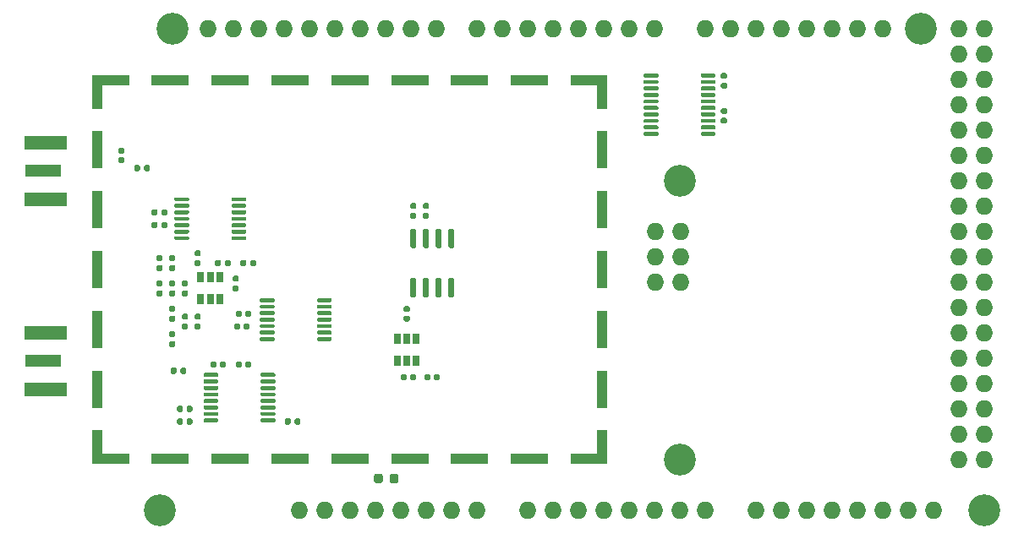
<source format=gbr>
%TF.GenerationSoftware,KiCad,Pcbnew,5.1.6*%
%TF.CreationDate,2020-09-04T11:32:19-04:00*%
%TF.ProjectId,rf-analyzer,72662d61-6e61-46c7-997a-65722e6b6963,rev?*%
%TF.SameCoordinates,Original*%
%TF.FileFunction,Soldermask,Top*%
%TF.FilePolarity,Negative*%
%FSLAX46Y46*%
G04 Gerber Fmt 4.6, Leading zero omitted, Abs format (unit mm)*
G04 Created by KiCad (PCBNEW 5.1.6) date 2020-09-04 11:32:19*
%MOMM*%
%LPD*%
G01*
G04 APERTURE LIST*
%ADD10O,1.727200X1.727200*%
%ADD11C,3.200000*%
%ADD12R,0.650000X1.060000*%
%ADD13R,3.600000X1.270000*%
%ADD14R,4.200000X1.350000*%
%ADD15R,1.000000X2.350000*%
%ADD16R,1.000000X3.800000*%
%ADD17R,2.700000X1.000000*%
%ADD18R,3.800000X1.000000*%
%ADD19R,1.000000X1.000000*%
G04 APERTURE END LIST*
%TO.C,U7*%
G36*
G01*
X124425000Y-116090000D02*
X124425000Y-115890000D01*
G75*
G02*
X124525000Y-115790000I100000J0D01*
G01*
X125800000Y-115790000D01*
G75*
G02*
X125900000Y-115890000I0J-100000D01*
G01*
X125900000Y-116090000D01*
G75*
G02*
X125800000Y-116190000I-100000J0D01*
G01*
X124525000Y-116190000D01*
G75*
G02*
X124425000Y-116090000I0J100000D01*
G01*
G37*
G36*
G01*
X124425000Y-116740000D02*
X124425000Y-116540000D01*
G75*
G02*
X124525000Y-116440000I100000J0D01*
G01*
X125800000Y-116440000D01*
G75*
G02*
X125900000Y-116540000I0J-100000D01*
G01*
X125900000Y-116740000D01*
G75*
G02*
X125800000Y-116840000I-100000J0D01*
G01*
X124525000Y-116840000D01*
G75*
G02*
X124425000Y-116740000I0J100000D01*
G01*
G37*
G36*
G01*
X124425000Y-117390000D02*
X124425000Y-117190000D01*
G75*
G02*
X124525000Y-117090000I100000J0D01*
G01*
X125800000Y-117090000D01*
G75*
G02*
X125900000Y-117190000I0J-100000D01*
G01*
X125900000Y-117390000D01*
G75*
G02*
X125800000Y-117490000I-100000J0D01*
G01*
X124525000Y-117490000D01*
G75*
G02*
X124425000Y-117390000I0J100000D01*
G01*
G37*
G36*
G01*
X124425000Y-118040000D02*
X124425000Y-117840000D01*
G75*
G02*
X124525000Y-117740000I100000J0D01*
G01*
X125800000Y-117740000D01*
G75*
G02*
X125900000Y-117840000I0J-100000D01*
G01*
X125900000Y-118040000D01*
G75*
G02*
X125800000Y-118140000I-100000J0D01*
G01*
X124525000Y-118140000D01*
G75*
G02*
X124425000Y-118040000I0J100000D01*
G01*
G37*
G36*
G01*
X124425000Y-118690000D02*
X124425000Y-118490000D01*
G75*
G02*
X124525000Y-118390000I100000J0D01*
G01*
X125800000Y-118390000D01*
G75*
G02*
X125900000Y-118490000I0J-100000D01*
G01*
X125900000Y-118690000D01*
G75*
G02*
X125800000Y-118790000I-100000J0D01*
G01*
X124525000Y-118790000D01*
G75*
G02*
X124425000Y-118690000I0J100000D01*
G01*
G37*
G36*
G01*
X124425000Y-119340000D02*
X124425000Y-119140000D01*
G75*
G02*
X124525000Y-119040000I100000J0D01*
G01*
X125800000Y-119040000D01*
G75*
G02*
X125900000Y-119140000I0J-100000D01*
G01*
X125900000Y-119340000D01*
G75*
G02*
X125800000Y-119440000I-100000J0D01*
G01*
X124525000Y-119440000D01*
G75*
G02*
X124425000Y-119340000I0J100000D01*
G01*
G37*
G36*
G01*
X124425000Y-119990000D02*
X124425000Y-119790000D01*
G75*
G02*
X124525000Y-119690000I100000J0D01*
G01*
X125800000Y-119690000D01*
G75*
G02*
X125900000Y-119790000I0J-100000D01*
G01*
X125900000Y-119990000D01*
G75*
G02*
X125800000Y-120090000I-100000J0D01*
G01*
X124525000Y-120090000D01*
G75*
G02*
X124425000Y-119990000I0J100000D01*
G01*
G37*
G36*
G01*
X124425000Y-120640000D02*
X124425000Y-120440000D01*
G75*
G02*
X124525000Y-120340000I100000J0D01*
G01*
X125800000Y-120340000D01*
G75*
G02*
X125900000Y-120440000I0J-100000D01*
G01*
X125900000Y-120640000D01*
G75*
G02*
X125800000Y-120740000I-100000J0D01*
G01*
X124525000Y-120740000D01*
G75*
G02*
X124425000Y-120640000I0J100000D01*
G01*
G37*
G36*
G01*
X118700000Y-120640000D02*
X118700000Y-120440000D01*
G75*
G02*
X118800000Y-120340000I100000J0D01*
G01*
X120075000Y-120340000D01*
G75*
G02*
X120175000Y-120440000I0J-100000D01*
G01*
X120175000Y-120640000D01*
G75*
G02*
X120075000Y-120740000I-100000J0D01*
G01*
X118800000Y-120740000D01*
G75*
G02*
X118700000Y-120640000I0J100000D01*
G01*
G37*
G36*
G01*
X118700000Y-119990000D02*
X118700000Y-119790000D01*
G75*
G02*
X118800000Y-119690000I100000J0D01*
G01*
X120075000Y-119690000D01*
G75*
G02*
X120175000Y-119790000I0J-100000D01*
G01*
X120175000Y-119990000D01*
G75*
G02*
X120075000Y-120090000I-100000J0D01*
G01*
X118800000Y-120090000D01*
G75*
G02*
X118700000Y-119990000I0J100000D01*
G01*
G37*
G36*
G01*
X118700000Y-119340000D02*
X118700000Y-119140000D01*
G75*
G02*
X118800000Y-119040000I100000J0D01*
G01*
X120075000Y-119040000D01*
G75*
G02*
X120175000Y-119140000I0J-100000D01*
G01*
X120175000Y-119340000D01*
G75*
G02*
X120075000Y-119440000I-100000J0D01*
G01*
X118800000Y-119440000D01*
G75*
G02*
X118700000Y-119340000I0J100000D01*
G01*
G37*
G36*
G01*
X118700000Y-118690000D02*
X118700000Y-118490000D01*
G75*
G02*
X118800000Y-118390000I100000J0D01*
G01*
X120075000Y-118390000D01*
G75*
G02*
X120175000Y-118490000I0J-100000D01*
G01*
X120175000Y-118690000D01*
G75*
G02*
X120075000Y-118790000I-100000J0D01*
G01*
X118800000Y-118790000D01*
G75*
G02*
X118700000Y-118690000I0J100000D01*
G01*
G37*
G36*
G01*
X118700000Y-118040000D02*
X118700000Y-117840000D01*
G75*
G02*
X118800000Y-117740000I100000J0D01*
G01*
X120075000Y-117740000D01*
G75*
G02*
X120175000Y-117840000I0J-100000D01*
G01*
X120175000Y-118040000D01*
G75*
G02*
X120075000Y-118140000I-100000J0D01*
G01*
X118800000Y-118140000D01*
G75*
G02*
X118700000Y-118040000I0J100000D01*
G01*
G37*
G36*
G01*
X118700000Y-117390000D02*
X118700000Y-117190000D01*
G75*
G02*
X118800000Y-117090000I100000J0D01*
G01*
X120075000Y-117090000D01*
G75*
G02*
X120175000Y-117190000I0J-100000D01*
G01*
X120175000Y-117390000D01*
G75*
G02*
X120075000Y-117490000I-100000J0D01*
G01*
X118800000Y-117490000D01*
G75*
G02*
X118700000Y-117390000I0J100000D01*
G01*
G37*
G36*
G01*
X118700000Y-116740000D02*
X118700000Y-116540000D01*
G75*
G02*
X118800000Y-116440000I100000J0D01*
G01*
X120075000Y-116440000D01*
G75*
G02*
X120175000Y-116540000I0J-100000D01*
G01*
X120175000Y-116740000D01*
G75*
G02*
X120075000Y-116840000I-100000J0D01*
G01*
X118800000Y-116840000D01*
G75*
G02*
X118700000Y-116740000I0J100000D01*
G01*
G37*
G36*
G01*
X118700000Y-116090000D02*
X118700000Y-115890000D01*
G75*
G02*
X118800000Y-115790000I100000J0D01*
G01*
X120075000Y-115790000D01*
G75*
G02*
X120175000Y-115890000I0J-100000D01*
G01*
X120175000Y-116090000D01*
G75*
G02*
X120075000Y-116190000I-100000J0D01*
G01*
X118800000Y-116190000D01*
G75*
G02*
X118700000Y-116090000I0J100000D01*
G01*
G37*
%TD*%
%TO.C,C32*%
G36*
G01*
X127445000Y-120477500D02*
X127445000Y-120822500D01*
G75*
G02*
X127297500Y-120970000I-147500J0D01*
G01*
X127002500Y-120970000D01*
G75*
G02*
X126855000Y-120822500I0J147500D01*
G01*
X126855000Y-120477500D01*
G75*
G02*
X127002500Y-120330000I147500J0D01*
G01*
X127297500Y-120330000D01*
G75*
G02*
X127445000Y-120477500I0J-147500D01*
G01*
G37*
G36*
G01*
X128415000Y-120477500D02*
X128415000Y-120822500D01*
G75*
G02*
X128267500Y-120970000I-147500J0D01*
G01*
X127972500Y-120970000D01*
G75*
G02*
X127825000Y-120822500I0J147500D01*
G01*
X127825000Y-120477500D01*
G75*
G02*
X127972500Y-120330000I147500J0D01*
G01*
X128267500Y-120330000D01*
G75*
G02*
X128415000Y-120477500I0J-147500D01*
G01*
G37*
%TD*%
%TO.C,C29*%
G36*
G01*
X117030000Y-120822500D02*
X117030000Y-120477500D01*
G75*
G02*
X117177500Y-120330000I147500J0D01*
G01*
X117472500Y-120330000D01*
G75*
G02*
X117620000Y-120477500I0J-147500D01*
G01*
X117620000Y-120822500D01*
G75*
G02*
X117472500Y-120970000I-147500J0D01*
G01*
X117177500Y-120970000D01*
G75*
G02*
X117030000Y-120822500I0J147500D01*
G01*
G37*
G36*
G01*
X116060000Y-120822500D02*
X116060000Y-120477500D01*
G75*
G02*
X116207500Y-120330000I147500J0D01*
G01*
X116502500Y-120330000D01*
G75*
G02*
X116650000Y-120477500I0J-147500D01*
G01*
X116650000Y-120822500D01*
G75*
G02*
X116502500Y-120970000I-147500J0D01*
G01*
X116207500Y-120970000D01*
G75*
G02*
X116060000Y-120822500I0J147500D01*
G01*
G37*
%TD*%
%TO.C,C28*%
G36*
G01*
X122895000Y-115107500D02*
X122895000Y-114762500D01*
G75*
G02*
X123042500Y-114615000I147500J0D01*
G01*
X123337500Y-114615000D01*
G75*
G02*
X123485000Y-114762500I0J-147500D01*
G01*
X123485000Y-115107500D01*
G75*
G02*
X123337500Y-115255000I-147500J0D01*
G01*
X123042500Y-115255000D01*
G75*
G02*
X122895000Y-115107500I0J147500D01*
G01*
G37*
G36*
G01*
X121925000Y-115107500D02*
X121925000Y-114762500D01*
G75*
G02*
X122072500Y-114615000I147500J0D01*
G01*
X122367500Y-114615000D01*
G75*
G02*
X122515000Y-114762500I0J-147500D01*
G01*
X122515000Y-115107500D01*
G75*
G02*
X122367500Y-115255000I-147500J0D01*
G01*
X122072500Y-115255000D01*
G75*
G02*
X121925000Y-115107500I0J147500D01*
G01*
G37*
%TD*%
%TO.C,C25*%
G36*
G01*
X119975000Y-114762500D02*
X119975000Y-115107500D01*
G75*
G02*
X119827500Y-115255000I-147500J0D01*
G01*
X119532500Y-115255000D01*
G75*
G02*
X119385000Y-115107500I0J147500D01*
G01*
X119385000Y-114762500D01*
G75*
G02*
X119532500Y-114615000I147500J0D01*
G01*
X119827500Y-114615000D01*
G75*
G02*
X119975000Y-114762500I0J-147500D01*
G01*
G37*
G36*
G01*
X120945000Y-114762500D02*
X120945000Y-115107500D01*
G75*
G02*
X120797500Y-115255000I-147500J0D01*
G01*
X120502500Y-115255000D01*
G75*
G02*
X120355000Y-115107500I0J147500D01*
G01*
X120355000Y-114762500D01*
G75*
G02*
X120502500Y-114615000I147500J0D01*
G01*
X120797500Y-114615000D01*
G75*
G02*
X120945000Y-114762500I0J-147500D01*
G01*
G37*
%TD*%
%TO.C,C23*%
G36*
G01*
X116650000Y-119207500D02*
X116650000Y-119552500D01*
G75*
G02*
X116502500Y-119700000I-147500J0D01*
G01*
X116207500Y-119700000D01*
G75*
G02*
X116060000Y-119552500I0J147500D01*
G01*
X116060000Y-119207500D01*
G75*
G02*
X116207500Y-119060000I147500J0D01*
G01*
X116502500Y-119060000D01*
G75*
G02*
X116650000Y-119207500I0J-147500D01*
G01*
G37*
G36*
G01*
X117620000Y-119207500D02*
X117620000Y-119552500D01*
G75*
G02*
X117472500Y-119700000I-147500J0D01*
G01*
X117177500Y-119700000D01*
G75*
G02*
X117030000Y-119552500I0J147500D01*
G01*
X117030000Y-119207500D01*
G75*
G02*
X117177500Y-119060000I147500J0D01*
G01*
X117472500Y-119060000D01*
G75*
G02*
X117620000Y-119207500I0J-147500D01*
G01*
G37*
%TD*%
D10*
%TO.C,XA1*%
X163957000Y-101600000D03*
X196850000Y-124460000D03*
X194310000Y-124460000D03*
X196850000Y-121920000D03*
X194310000Y-121920000D03*
X196850000Y-119380000D03*
X194310000Y-119380000D03*
X196850000Y-116840000D03*
X194310000Y-116840000D03*
X196850000Y-114300000D03*
X194310000Y-114300000D03*
X196850000Y-111760000D03*
X194310000Y-111760000D03*
X196850000Y-109220000D03*
X194310000Y-109220000D03*
X196850000Y-106680000D03*
X194310000Y-106680000D03*
X196850000Y-104140000D03*
X194310000Y-104140000D03*
X196850000Y-101600000D03*
X194310000Y-101600000D03*
X196850000Y-99060000D03*
X194310000Y-99060000D03*
X196850000Y-96520000D03*
X194310000Y-96520000D03*
X196850000Y-93980000D03*
X194310000Y-93980000D03*
X196850000Y-91440000D03*
X194310000Y-91440000D03*
X196850000Y-88900000D03*
X194310000Y-88900000D03*
X196850000Y-86360000D03*
X194310000Y-86360000D03*
X196850000Y-83820000D03*
X194310000Y-83820000D03*
X196850000Y-81280000D03*
X194310000Y-81280000D03*
X191770000Y-129540000D03*
X189230000Y-129540000D03*
X186690000Y-129540000D03*
X184150000Y-129540000D03*
X181610000Y-129540000D03*
X179070000Y-129540000D03*
X176530000Y-129540000D03*
X173990000Y-129540000D03*
X168910000Y-129540000D03*
X166370000Y-129540000D03*
X163830000Y-129540000D03*
X161290000Y-129540000D03*
X158750000Y-129540000D03*
X156210000Y-129540000D03*
X153670000Y-129540000D03*
X128270000Y-129540000D03*
X134366000Y-81280000D03*
X131826000Y-81280000D03*
X129286000Y-81280000D03*
X124206000Y-81280000D03*
X121666000Y-81280000D03*
X119126000Y-81280000D03*
D11*
X114300000Y-129540000D03*
X196850000Y-129540000D03*
X115570000Y-81280000D03*
X190500000Y-81280000D03*
X166370000Y-96520000D03*
X166370000Y-124460000D03*
D10*
X136906000Y-81280000D03*
X139446000Y-81280000D03*
X141986000Y-81280000D03*
X126746000Y-81280000D03*
X146050000Y-81280000D03*
X148590000Y-81280000D03*
X151130000Y-81280000D03*
X153670000Y-81280000D03*
X156210000Y-81280000D03*
X158750000Y-81280000D03*
X161290000Y-81280000D03*
X163830000Y-81280000D03*
X168910000Y-81280000D03*
X171450000Y-81280000D03*
X173990000Y-81280000D03*
X176530000Y-81280000D03*
X179070000Y-81280000D03*
X181610000Y-81280000D03*
X184150000Y-81280000D03*
X186690000Y-81280000D03*
X130810000Y-129540000D03*
X133350000Y-129540000D03*
X135890000Y-129540000D03*
X138430000Y-129540000D03*
X140970000Y-129540000D03*
X143510000Y-129540000D03*
X146050000Y-129540000D03*
X151130000Y-129540000D03*
X166497000Y-101600000D03*
X163957000Y-104140000D03*
X166497000Y-104140000D03*
X166497000Y-106680000D03*
X163957000Y-106680000D03*
%TD*%
%TO.C,U6*%
G36*
G01*
X164245000Y-91725000D02*
X164245000Y-91925000D01*
G75*
G02*
X164145000Y-92025000I-100000J0D01*
G01*
X162870000Y-92025000D01*
G75*
G02*
X162770000Y-91925000I0J100000D01*
G01*
X162770000Y-91725000D01*
G75*
G02*
X162870000Y-91625000I100000J0D01*
G01*
X164145000Y-91625000D01*
G75*
G02*
X164245000Y-91725000I0J-100000D01*
G01*
G37*
G36*
G01*
X164245000Y-91075000D02*
X164245000Y-91275000D01*
G75*
G02*
X164145000Y-91375000I-100000J0D01*
G01*
X162870000Y-91375000D01*
G75*
G02*
X162770000Y-91275000I0J100000D01*
G01*
X162770000Y-91075000D01*
G75*
G02*
X162870000Y-90975000I100000J0D01*
G01*
X164145000Y-90975000D01*
G75*
G02*
X164245000Y-91075000I0J-100000D01*
G01*
G37*
G36*
G01*
X164245000Y-90425000D02*
X164245000Y-90625000D01*
G75*
G02*
X164145000Y-90725000I-100000J0D01*
G01*
X162870000Y-90725000D01*
G75*
G02*
X162770000Y-90625000I0J100000D01*
G01*
X162770000Y-90425000D01*
G75*
G02*
X162870000Y-90325000I100000J0D01*
G01*
X164145000Y-90325000D01*
G75*
G02*
X164245000Y-90425000I0J-100000D01*
G01*
G37*
G36*
G01*
X164245000Y-89775000D02*
X164245000Y-89975000D01*
G75*
G02*
X164145000Y-90075000I-100000J0D01*
G01*
X162870000Y-90075000D01*
G75*
G02*
X162770000Y-89975000I0J100000D01*
G01*
X162770000Y-89775000D01*
G75*
G02*
X162870000Y-89675000I100000J0D01*
G01*
X164145000Y-89675000D01*
G75*
G02*
X164245000Y-89775000I0J-100000D01*
G01*
G37*
G36*
G01*
X164245000Y-89125000D02*
X164245000Y-89325000D01*
G75*
G02*
X164145000Y-89425000I-100000J0D01*
G01*
X162870000Y-89425000D01*
G75*
G02*
X162770000Y-89325000I0J100000D01*
G01*
X162770000Y-89125000D01*
G75*
G02*
X162870000Y-89025000I100000J0D01*
G01*
X164145000Y-89025000D01*
G75*
G02*
X164245000Y-89125000I0J-100000D01*
G01*
G37*
G36*
G01*
X164245000Y-88475000D02*
X164245000Y-88675000D01*
G75*
G02*
X164145000Y-88775000I-100000J0D01*
G01*
X162870000Y-88775000D01*
G75*
G02*
X162770000Y-88675000I0J100000D01*
G01*
X162770000Y-88475000D01*
G75*
G02*
X162870000Y-88375000I100000J0D01*
G01*
X164145000Y-88375000D01*
G75*
G02*
X164245000Y-88475000I0J-100000D01*
G01*
G37*
G36*
G01*
X164245000Y-87825000D02*
X164245000Y-88025000D01*
G75*
G02*
X164145000Y-88125000I-100000J0D01*
G01*
X162870000Y-88125000D01*
G75*
G02*
X162770000Y-88025000I0J100000D01*
G01*
X162770000Y-87825000D01*
G75*
G02*
X162870000Y-87725000I100000J0D01*
G01*
X164145000Y-87725000D01*
G75*
G02*
X164245000Y-87825000I0J-100000D01*
G01*
G37*
G36*
G01*
X164245000Y-87175000D02*
X164245000Y-87375000D01*
G75*
G02*
X164145000Y-87475000I-100000J0D01*
G01*
X162870000Y-87475000D01*
G75*
G02*
X162770000Y-87375000I0J100000D01*
G01*
X162770000Y-87175000D01*
G75*
G02*
X162870000Y-87075000I100000J0D01*
G01*
X164145000Y-87075000D01*
G75*
G02*
X164245000Y-87175000I0J-100000D01*
G01*
G37*
G36*
G01*
X164245000Y-86525000D02*
X164245000Y-86725000D01*
G75*
G02*
X164145000Y-86825000I-100000J0D01*
G01*
X162870000Y-86825000D01*
G75*
G02*
X162770000Y-86725000I0J100000D01*
G01*
X162770000Y-86525000D01*
G75*
G02*
X162870000Y-86425000I100000J0D01*
G01*
X164145000Y-86425000D01*
G75*
G02*
X164245000Y-86525000I0J-100000D01*
G01*
G37*
G36*
G01*
X164245000Y-85875000D02*
X164245000Y-86075000D01*
G75*
G02*
X164145000Y-86175000I-100000J0D01*
G01*
X162870000Y-86175000D01*
G75*
G02*
X162770000Y-86075000I0J100000D01*
G01*
X162770000Y-85875000D01*
G75*
G02*
X162870000Y-85775000I100000J0D01*
G01*
X164145000Y-85775000D01*
G75*
G02*
X164245000Y-85875000I0J-100000D01*
G01*
G37*
G36*
G01*
X169970000Y-85875000D02*
X169970000Y-86075000D01*
G75*
G02*
X169870000Y-86175000I-100000J0D01*
G01*
X168595000Y-86175000D01*
G75*
G02*
X168495000Y-86075000I0J100000D01*
G01*
X168495000Y-85875000D01*
G75*
G02*
X168595000Y-85775000I100000J0D01*
G01*
X169870000Y-85775000D01*
G75*
G02*
X169970000Y-85875000I0J-100000D01*
G01*
G37*
G36*
G01*
X169970000Y-86525000D02*
X169970000Y-86725000D01*
G75*
G02*
X169870000Y-86825000I-100000J0D01*
G01*
X168595000Y-86825000D01*
G75*
G02*
X168495000Y-86725000I0J100000D01*
G01*
X168495000Y-86525000D01*
G75*
G02*
X168595000Y-86425000I100000J0D01*
G01*
X169870000Y-86425000D01*
G75*
G02*
X169970000Y-86525000I0J-100000D01*
G01*
G37*
G36*
G01*
X169970000Y-87175000D02*
X169970000Y-87375000D01*
G75*
G02*
X169870000Y-87475000I-100000J0D01*
G01*
X168595000Y-87475000D01*
G75*
G02*
X168495000Y-87375000I0J100000D01*
G01*
X168495000Y-87175000D01*
G75*
G02*
X168595000Y-87075000I100000J0D01*
G01*
X169870000Y-87075000D01*
G75*
G02*
X169970000Y-87175000I0J-100000D01*
G01*
G37*
G36*
G01*
X169970000Y-87825000D02*
X169970000Y-88025000D01*
G75*
G02*
X169870000Y-88125000I-100000J0D01*
G01*
X168595000Y-88125000D01*
G75*
G02*
X168495000Y-88025000I0J100000D01*
G01*
X168495000Y-87825000D01*
G75*
G02*
X168595000Y-87725000I100000J0D01*
G01*
X169870000Y-87725000D01*
G75*
G02*
X169970000Y-87825000I0J-100000D01*
G01*
G37*
G36*
G01*
X169970000Y-88475000D02*
X169970000Y-88675000D01*
G75*
G02*
X169870000Y-88775000I-100000J0D01*
G01*
X168595000Y-88775000D01*
G75*
G02*
X168495000Y-88675000I0J100000D01*
G01*
X168495000Y-88475000D01*
G75*
G02*
X168595000Y-88375000I100000J0D01*
G01*
X169870000Y-88375000D01*
G75*
G02*
X169970000Y-88475000I0J-100000D01*
G01*
G37*
G36*
G01*
X169970000Y-89125000D02*
X169970000Y-89325000D01*
G75*
G02*
X169870000Y-89425000I-100000J0D01*
G01*
X168595000Y-89425000D01*
G75*
G02*
X168495000Y-89325000I0J100000D01*
G01*
X168495000Y-89125000D01*
G75*
G02*
X168595000Y-89025000I100000J0D01*
G01*
X169870000Y-89025000D01*
G75*
G02*
X169970000Y-89125000I0J-100000D01*
G01*
G37*
G36*
G01*
X169970000Y-89775000D02*
X169970000Y-89975000D01*
G75*
G02*
X169870000Y-90075000I-100000J0D01*
G01*
X168595000Y-90075000D01*
G75*
G02*
X168495000Y-89975000I0J100000D01*
G01*
X168495000Y-89775000D01*
G75*
G02*
X168595000Y-89675000I100000J0D01*
G01*
X169870000Y-89675000D01*
G75*
G02*
X169970000Y-89775000I0J-100000D01*
G01*
G37*
G36*
G01*
X169970000Y-90425000D02*
X169970000Y-90625000D01*
G75*
G02*
X169870000Y-90725000I-100000J0D01*
G01*
X168595000Y-90725000D01*
G75*
G02*
X168495000Y-90625000I0J100000D01*
G01*
X168495000Y-90425000D01*
G75*
G02*
X168595000Y-90325000I100000J0D01*
G01*
X169870000Y-90325000D01*
G75*
G02*
X169970000Y-90425000I0J-100000D01*
G01*
G37*
G36*
G01*
X169970000Y-91075000D02*
X169970000Y-91275000D01*
G75*
G02*
X169870000Y-91375000I-100000J0D01*
G01*
X168595000Y-91375000D01*
G75*
G02*
X168495000Y-91275000I0J100000D01*
G01*
X168495000Y-91075000D01*
G75*
G02*
X168595000Y-90975000I100000J0D01*
G01*
X169870000Y-90975000D01*
G75*
G02*
X169970000Y-91075000I0J-100000D01*
G01*
G37*
G36*
G01*
X169970000Y-91725000D02*
X169970000Y-91925000D01*
G75*
G02*
X169870000Y-92025000I-100000J0D01*
G01*
X168595000Y-92025000D01*
G75*
G02*
X168495000Y-91925000I0J100000D01*
G01*
X168495000Y-91725000D01*
G75*
G02*
X168595000Y-91625000I100000J0D01*
G01*
X169870000Y-91625000D01*
G75*
G02*
X169970000Y-91725000I0J-100000D01*
G01*
G37*
%TD*%
D12*
%TO.C,U5*%
X120330000Y-106215000D03*
X119380000Y-106215000D03*
X118430000Y-106215000D03*
X118430000Y-108415000D03*
X120330000Y-108415000D03*
X119380000Y-108415000D03*
%TD*%
%TO.C,U4*%
G36*
G01*
X143360000Y-106275000D02*
X143660000Y-106275000D01*
G75*
G02*
X143810000Y-106425000I0J-150000D01*
G01*
X143810000Y-108075000D01*
G75*
G02*
X143660000Y-108225000I-150000J0D01*
G01*
X143360000Y-108225000D01*
G75*
G02*
X143210000Y-108075000I0J150000D01*
G01*
X143210000Y-106425000D01*
G75*
G02*
X143360000Y-106275000I150000J0D01*
G01*
G37*
G36*
G01*
X142090000Y-106275000D02*
X142390000Y-106275000D01*
G75*
G02*
X142540000Y-106425000I0J-150000D01*
G01*
X142540000Y-108075000D01*
G75*
G02*
X142390000Y-108225000I-150000J0D01*
G01*
X142090000Y-108225000D01*
G75*
G02*
X141940000Y-108075000I0J150000D01*
G01*
X141940000Y-106425000D01*
G75*
G02*
X142090000Y-106275000I150000J0D01*
G01*
G37*
G36*
G01*
X140820000Y-106275000D02*
X141120000Y-106275000D01*
G75*
G02*
X141270000Y-106425000I0J-150000D01*
G01*
X141270000Y-108075000D01*
G75*
G02*
X141120000Y-108225000I-150000J0D01*
G01*
X140820000Y-108225000D01*
G75*
G02*
X140670000Y-108075000I0J150000D01*
G01*
X140670000Y-106425000D01*
G75*
G02*
X140820000Y-106275000I150000J0D01*
G01*
G37*
G36*
G01*
X139550000Y-106275000D02*
X139850000Y-106275000D01*
G75*
G02*
X140000000Y-106425000I0J-150000D01*
G01*
X140000000Y-108075000D01*
G75*
G02*
X139850000Y-108225000I-150000J0D01*
G01*
X139550000Y-108225000D01*
G75*
G02*
X139400000Y-108075000I0J150000D01*
G01*
X139400000Y-106425000D01*
G75*
G02*
X139550000Y-106275000I150000J0D01*
G01*
G37*
G36*
G01*
X139550000Y-101325000D02*
X139850000Y-101325000D01*
G75*
G02*
X140000000Y-101475000I0J-150000D01*
G01*
X140000000Y-103125000D01*
G75*
G02*
X139850000Y-103275000I-150000J0D01*
G01*
X139550000Y-103275000D01*
G75*
G02*
X139400000Y-103125000I0J150000D01*
G01*
X139400000Y-101475000D01*
G75*
G02*
X139550000Y-101325000I150000J0D01*
G01*
G37*
G36*
G01*
X140820000Y-101325000D02*
X141120000Y-101325000D01*
G75*
G02*
X141270000Y-101475000I0J-150000D01*
G01*
X141270000Y-103125000D01*
G75*
G02*
X141120000Y-103275000I-150000J0D01*
G01*
X140820000Y-103275000D01*
G75*
G02*
X140670000Y-103125000I0J150000D01*
G01*
X140670000Y-101475000D01*
G75*
G02*
X140820000Y-101325000I150000J0D01*
G01*
G37*
G36*
G01*
X142090000Y-101325000D02*
X142390000Y-101325000D01*
G75*
G02*
X142540000Y-101475000I0J-150000D01*
G01*
X142540000Y-103125000D01*
G75*
G02*
X142390000Y-103275000I-150000J0D01*
G01*
X142090000Y-103275000D01*
G75*
G02*
X141940000Y-103125000I0J150000D01*
G01*
X141940000Y-101475000D01*
G75*
G02*
X142090000Y-101325000I150000J0D01*
G01*
G37*
G36*
G01*
X143360000Y-101325000D02*
X143660000Y-101325000D01*
G75*
G02*
X143810000Y-101475000I0J-150000D01*
G01*
X143810000Y-103125000D01*
G75*
G02*
X143660000Y-103275000I-150000J0D01*
G01*
X143360000Y-103275000D01*
G75*
G02*
X143210000Y-103125000I0J150000D01*
G01*
X143210000Y-101475000D01*
G75*
G02*
X143360000Y-101325000I150000J0D01*
G01*
G37*
%TD*%
%TO.C,U3*%
X139065000Y-112395000D03*
X138115000Y-112395000D03*
X140015000Y-112395000D03*
X140015000Y-114595000D03*
X139065000Y-114595000D03*
X138115000Y-114595000D03*
%TD*%
%TO.C,U2*%
G36*
G01*
X130072500Y-108595000D02*
X130072500Y-108395000D01*
G75*
G02*
X130172500Y-108295000I100000J0D01*
G01*
X131447500Y-108295000D01*
G75*
G02*
X131547500Y-108395000I0J-100000D01*
G01*
X131547500Y-108595000D01*
G75*
G02*
X131447500Y-108695000I-100000J0D01*
G01*
X130172500Y-108695000D01*
G75*
G02*
X130072500Y-108595000I0J100000D01*
G01*
G37*
G36*
G01*
X130072500Y-109245000D02*
X130072500Y-109045000D01*
G75*
G02*
X130172500Y-108945000I100000J0D01*
G01*
X131447500Y-108945000D01*
G75*
G02*
X131547500Y-109045000I0J-100000D01*
G01*
X131547500Y-109245000D01*
G75*
G02*
X131447500Y-109345000I-100000J0D01*
G01*
X130172500Y-109345000D01*
G75*
G02*
X130072500Y-109245000I0J100000D01*
G01*
G37*
G36*
G01*
X130072500Y-109895000D02*
X130072500Y-109695000D01*
G75*
G02*
X130172500Y-109595000I100000J0D01*
G01*
X131447500Y-109595000D01*
G75*
G02*
X131547500Y-109695000I0J-100000D01*
G01*
X131547500Y-109895000D01*
G75*
G02*
X131447500Y-109995000I-100000J0D01*
G01*
X130172500Y-109995000D01*
G75*
G02*
X130072500Y-109895000I0J100000D01*
G01*
G37*
G36*
G01*
X130072500Y-110545000D02*
X130072500Y-110345000D01*
G75*
G02*
X130172500Y-110245000I100000J0D01*
G01*
X131447500Y-110245000D01*
G75*
G02*
X131547500Y-110345000I0J-100000D01*
G01*
X131547500Y-110545000D01*
G75*
G02*
X131447500Y-110645000I-100000J0D01*
G01*
X130172500Y-110645000D01*
G75*
G02*
X130072500Y-110545000I0J100000D01*
G01*
G37*
G36*
G01*
X130072500Y-111195000D02*
X130072500Y-110995000D01*
G75*
G02*
X130172500Y-110895000I100000J0D01*
G01*
X131447500Y-110895000D01*
G75*
G02*
X131547500Y-110995000I0J-100000D01*
G01*
X131547500Y-111195000D01*
G75*
G02*
X131447500Y-111295000I-100000J0D01*
G01*
X130172500Y-111295000D01*
G75*
G02*
X130072500Y-111195000I0J100000D01*
G01*
G37*
G36*
G01*
X130072500Y-111845000D02*
X130072500Y-111645000D01*
G75*
G02*
X130172500Y-111545000I100000J0D01*
G01*
X131447500Y-111545000D01*
G75*
G02*
X131547500Y-111645000I0J-100000D01*
G01*
X131547500Y-111845000D01*
G75*
G02*
X131447500Y-111945000I-100000J0D01*
G01*
X130172500Y-111945000D01*
G75*
G02*
X130072500Y-111845000I0J100000D01*
G01*
G37*
G36*
G01*
X130072500Y-112495000D02*
X130072500Y-112295000D01*
G75*
G02*
X130172500Y-112195000I100000J0D01*
G01*
X131447500Y-112195000D01*
G75*
G02*
X131547500Y-112295000I0J-100000D01*
G01*
X131547500Y-112495000D01*
G75*
G02*
X131447500Y-112595000I-100000J0D01*
G01*
X130172500Y-112595000D01*
G75*
G02*
X130072500Y-112495000I0J100000D01*
G01*
G37*
G36*
G01*
X124347500Y-112495000D02*
X124347500Y-112295000D01*
G75*
G02*
X124447500Y-112195000I100000J0D01*
G01*
X125722500Y-112195000D01*
G75*
G02*
X125822500Y-112295000I0J-100000D01*
G01*
X125822500Y-112495000D01*
G75*
G02*
X125722500Y-112595000I-100000J0D01*
G01*
X124447500Y-112595000D01*
G75*
G02*
X124347500Y-112495000I0J100000D01*
G01*
G37*
G36*
G01*
X124347500Y-111845000D02*
X124347500Y-111645000D01*
G75*
G02*
X124447500Y-111545000I100000J0D01*
G01*
X125722500Y-111545000D01*
G75*
G02*
X125822500Y-111645000I0J-100000D01*
G01*
X125822500Y-111845000D01*
G75*
G02*
X125722500Y-111945000I-100000J0D01*
G01*
X124447500Y-111945000D01*
G75*
G02*
X124347500Y-111845000I0J100000D01*
G01*
G37*
G36*
G01*
X124347500Y-111195000D02*
X124347500Y-110995000D01*
G75*
G02*
X124447500Y-110895000I100000J0D01*
G01*
X125722500Y-110895000D01*
G75*
G02*
X125822500Y-110995000I0J-100000D01*
G01*
X125822500Y-111195000D01*
G75*
G02*
X125722500Y-111295000I-100000J0D01*
G01*
X124447500Y-111295000D01*
G75*
G02*
X124347500Y-111195000I0J100000D01*
G01*
G37*
G36*
G01*
X124347500Y-110545000D02*
X124347500Y-110345000D01*
G75*
G02*
X124447500Y-110245000I100000J0D01*
G01*
X125722500Y-110245000D01*
G75*
G02*
X125822500Y-110345000I0J-100000D01*
G01*
X125822500Y-110545000D01*
G75*
G02*
X125722500Y-110645000I-100000J0D01*
G01*
X124447500Y-110645000D01*
G75*
G02*
X124347500Y-110545000I0J100000D01*
G01*
G37*
G36*
G01*
X124347500Y-109895000D02*
X124347500Y-109695000D01*
G75*
G02*
X124447500Y-109595000I100000J0D01*
G01*
X125722500Y-109595000D01*
G75*
G02*
X125822500Y-109695000I0J-100000D01*
G01*
X125822500Y-109895000D01*
G75*
G02*
X125722500Y-109995000I-100000J0D01*
G01*
X124447500Y-109995000D01*
G75*
G02*
X124347500Y-109895000I0J100000D01*
G01*
G37*
G36*
G01*
X124347500Y-109245000D02*
X124347500Y-109045000D01*
G75*
G02*
X124447500Y-108945000I100000J0D01*
G01*
X125722500Y-108945000D01*
G75*
G02*
X125822500Y-109045000I0J-100000D01*
G01*
X125822500Y-109245000D01*
G75*
G02*
X125722500Y-109345000I-100000J0D01*
G01*
X124447500Y-109345000D01*
G75*
G02*
X124347500Y-109245000I0J100000D01*
G01*
G37*
G36*
G01*
X124347500Y-108595000D02*
X124347500Y-108395000D01*
G75*
G02*
X124447500Y-108295000I100000J0D01*
G01*
X125722500Y-108295000D01*
G75*
G02*
X125822500Y-108395000I0J-100000D01*
G01*
X125822500Y-108595000D01*
G75*
G02*
X125722500Y-108695000I-100000J0D01*
G01*
X124447500Y-108695000D01*
G75*
G02*
X124347500Y-108595000I0J100000D01*
G01*
G37*
%TD*%
%TO.C,U1*%
G36*
G01*
X121505000Y-98480000D02*
X121505000Y-98280000D01*
G75*
G02*
X121605000Y-98180000I100000J0D01*
G01*
X122880000Y-98180000D01*
G75*
G02*
X122980000Y-98280000I0J-100000D01*
G01*
X122980000Y-98480000D01*
G75*
G02*
X122880000Y-98580000I-100000J0D01*
G01*
X121605000Y-98580000D01*
G75*
G02*
X121505000Y-98480000I0J100000D01*
G01*
G37*
G36*
G01*
X121505000Y-99130000D02*
X121505000Y-98930000D01*
G75*
G02*
X121605000Y-98830000I100000J0D01*
G01*
X122880000Y-98830000D01*
G75*
G02*
X122980000Y-98930000I0J-100000D01*
G01*
X122980000Y-99130000D01*
G75*
G02*
X122880000Y-99230000I-100000J0D01*
G01*
X121605000Y-99230000D01*
G75*
G02*
X121505000Y-99130000I0J100000D01*
G01*
G37*
G36*
G01*
X121505000Y-99780000D02*
X121505000Y-99580000D01*
G75*
G02*
X121605000Y-99480000I100000J0D01*
G01*
X122880000Y-99480000D01*
G75*
G02*
X122980000Y-99580000I0J-100000D01*
G01*
X122980000Y-99780000D01*
G75*
G02*
X122880000Y-99880000I-100000J0D01*
G01*
X121605000Y-99880000D01*
G75*
G02*
X121505000Y-99780000I0J100000D01*
G01*
G37*
G36*
G01*
X121505000Y-100430000D02*
X121505000Y-100230000D01*
G75*
G02*
X121605000Y-100130000I100000J0D01*
G01*
X122880000Y-100130000D01*
G75*
G02*
X122980000Y-100230000I0J-100000D01*
G01*
X122980000Y-100430000D01*
G75*
G02*
X122880000Y-100530000I-100000J0D01*
G01*
X121605000Y-100530000D01*
G75*
G02*
X121505000Y-100430000I0J100000D01*
G01*
G37*
G36*
G01*
X121505000Y-101080000D02*
X121505000Y-100880000D01*
G75*
G02*
X121605000Y-100780000I100000J0D01*
G01*
X122880000Y-100780000D01*
G75*
G02*
X122980000Y-100880000I0J-100000D01*
G01*
X122980000Y-101080000D01*
G75*
G02*
X122880000Y-101180000I-100000J0D01*
G01*
X121605000Y-101180000D01*
G75*
G02*
X121505000Y-101080000I0J100000D01*
G01*
G37*
G36*
G01*
X121505000Y-101730000D02*
X121505000Y-101530000D01*
G75*
G02*
X121605000Y-101430000I100000J0D01*
G01*
X122880000Y-101430000D01*
G75*
G02*
X122980000Y-101530000I0J-100000D01*
G01*
X122980000Y-101730000D01*
G75*
G02*
X122880000Y-101830000I-100000J0D01*
G01*
X121605000Y-101830000D01*
G75*
G02*
X121505000Y-101730000I0J100000D01*
G01*
G37*
G36*
G01*
X121505000Y-102380000D02*
X121505000Y-102180000D01*
G75*
G02*
X121605000Y-102080000I100000J0D01*
G01*
X122880000Y-102080000D01*
G75*
G02*
X122980000Y-102180000I0J-100000D01*
G01*
X122980000Y-102380000D01*
G75*
G02*
X122880000Y-102480000I-100000J0D01*
G01*
X121605000Y-102480000D01*
G75*
G02*
X121505000Y-102380000I0J100000D01*
G01*
G37*
G36*
G01*
X115780000Y-102380000D02*
X115780000Y-102180000D01*
G75*
G02*
X115880000Y-102080000I100000J0D01*
G01*
X117155000Y-102080000D01*
G75*
G02*
X117255000Y-102180000I0J-100000D01*
G01*
X117255000Y-102380000D01*
G75*
G02*
X117155000Y-102480000I-100000J0D01*
G01*
X115880000Y-102480000D01*
G75*
G02*
X115780000Y-102380000I0J100000D01*
G01*
G37*
G36*
G01*
X115780000Y-101730000D02*
X115780000Y-101530000D01*
G75*
G02*
X115880000Y-101430000I100000J0D01*
G01*
X117155000Y-101430000D01*
G75*
G02*
X117255000Y-101530000I0J-100000D01*
G01*
X117255000Y-101730000D01*
G75*
G02*
X117155000Y-101830000I-100000J0D01*
G01*
X115880000Y-101830000D01*
G75*
G02*
X115780000Y-101730000I0J100000D01*
G01*
G37*
G36*
G01*
X115780000Y-101080000D02*
X115780000Y-100880000D01*
G75*
G02*
X115880000Y-100780000I100000J0D01*
G01*
X117155000Y-100780000D01*
G75*
G02*
X117255000Y-100880000I0J-100000D01*
G01*
X117255000Y-101080000D01*
G75*
G02*
X117155000Y-101180000I-100000J0D01*
G01*
X115880000Y-101180000D01*
G75*
G02*
X115780000Y-101080000I0J100000D01*
G01*
G37*
G36*
G01*
X115780000Y-100430000D02*
X115780000Y-100230000D01*
G75*
G02*
X115880000Y-100130000I100000J0D01*
G01*
X117155000Y-100130000D01*
G75*
G02*
X117255000Y-100230000I0J-100000D01*
G01*
X117255000Y-100430000D01*
G75*
G02*
X117155000Y-100530000I-100000J0D01*
G01*
X115880000Y-100530000D01*
G75*
G02*
X115780000Y-100430000I0J100000D01*
G01*
G37*
G36*
G01*
X115780000Y-99780000D02*
X115780000Y-99580000D01*
G75*
G02*
X115880000Y-99480000I100000J0D01*
G01*
X117155000Y-99480000D01*
G75*
G02*
X117255000Y-99580000I0J-100000D01*
G01*
X117255000Y-99780000D01*
G75*
G02*
X117155000Y-99880000I-100000J0D01*
G01*
X115880000Y-99880000D01*
G75*
G02*
X115780000Y-99780000I0J100000D01*
G01*
G37*
G36*
G01*
X115780000Y-99130000D02*
X115780000Y-98930000D01*
G75*
G02*
X115880000Y-98830000I100000J0D01*
G01*
X117155000Y-98830000D01*
G75*
G02*
X117255000Y-98930000I0J-100000D01*
G01*
X117255000Y-99130000D01*
G75*
G02*
X117155000Y-99230000I-100000J0D01*
G01*
X115880000Y-99230000D01*
G75*
G02*
X115780000Y-99130000I0J100000D01*
G01*
G37*
G36*
G01*
X115780000Y-98480000D02*
X115780000Y-98280000D01*
G75*
G02*
X115880000Y-98180000I100000J0D01*
G01*
X117155000Y-98180000D01*
G75*
G02*
X117255000Y-98280000I0J-100000D01*
G01*
X117255000Y-98480000D01*
G75*
G02*
X117155000Y-98580000I-100000J0D01*
G01*
X115880000Y-98580000D01*
G75*
G02*
X115780000Y-98480000I0J100000D01*
G01*
G37*
%TD*%
%TO.C,R16*%
G36*
G01*
X170987500Y-86320000D02*
X170642500Y-86320000D01*
G75*
G02*
X170495000Y-86172500I0J147500D01*
G01*
X170495000Y-85877500D01*
G75*
G02*
X170642500Y-85730000I147500J0D01*
G01*
X170987500Y-85730000D01*
G75*
G02*
X171135000Y-85877500I0J-147500D01*
G01*
X171135000Y-86172500D01*
G75*
G02*
X170987500Y-86320000I-147500J0D01*
G01*
G37*
G36*
G01*
X170987500Y-87290000D02*
X170642500Y-87290000D01*
G75*
G02*
X170495000Y-87142500I0J147500D01*
G01*
X170495000Y-86847500D01*
G75*
G02*
X170642500Y-86700000I147500J0D01*
G01*
X170987500Y-86700000D01*
G75*
G02*
X171135000Y-86847500I0J-147500D01*
G01*
X171135000Y-87142500D01*
G75*
G02*
X170987500Y-87290000I-147500J0D01*
G01*
G37*
%TD*%
%TO.C,R15*%
G36*
G01*
X170642500Y-90210000D02*
X170987500Y-90210000D01*
G75*
G02*
X171135000Y-90357500I0J-147500D01*
G01*
X171135000Y-90652500D01*
G75*
G02*
X170987500Y-90800000I-147500J0D01*
G01*
X170642500Y-90800000D01*
G75*
G02*
X170495000Y-90652500I0J147500D01*
G01*
X170495000Y-90357500D01*
G75*
G02*
X170642500Y-90210000I147500J0D01*
G01*
G37*
G36*
G01*
X170642500Y-89240000D02*
X170987500Y-89240000D01*
G75*
G02*
X171135000Y-89387500I0J-147500D01*
G01*
X171135000Y-89682500D01*
G75*
G02*
X170987500Y-89830000I-147500J0D01*
G01*
X170642500Y-89830000D01*
G75*
G02*
X170495000Y-89682500I0J147500D01*
G01*
X170495000Y-89387500D01*
G75*
G02*
X170642500Y-89240000I147500J0D01*
G01*
G37*
%TD*%
%TO.C,R14*%
G36*
G01*
X121430000Y-104602500D02*
X121430000Y-104947500D01*
G75*
G02*
X121282500Y-105095000I-147500J0D01*
G01*
X120987500Y-105095000D01*
G75*
G02*
X120840000Y-104947500I0J147500D01*
G01*
X120840000Y-104602500D01*
G75*
G02*
X120987500Y-104455000I147500J0D01*
G01*
X121282500Y-104455000D01*
G75*
G02*
X121430000Y-104602500I0J-147500D01*
G01*
G37*
G36*
G01*
X120460000Y-104602500D02*
X120460000Y-104947500D01*
G75*
G02*
X120312500Y-105095000I-147500J0D01*
G01*
X120017500Y-105095000D01*
G75*
G02*
X119870000Y-104947500I0J147500D01*
G01*
X119870000Y-104602500D01*
G75*
G02*
X120017500Y-104455000I147500J0D01*
G01*
X120312500Y-104455000D01*
G75*
G02*
X120460000Y-104602500I0J-147500D01*
G01*
G37*
%TD*%
%TO.C,R13*%
G36*
G01*
X121747500Y-107020000D02*
X122092500Y-107020000D01*
G75*
G02*
X122240000Y-107167500I0J-147500D01*
G01*
X122240000Y-107462500D01*
G75*
G02*
X122092500Y-107610000I-147500J0D01*
G01*
X121747500Y-107610000D01*
G75*
G02*
X121600000Y-107462500I0J147500D01*
G01*
X121600000Y-107167500D01*
G75*
G02*
X121747500Y-107020000I147500J0D01*
G01*
G37*
G36*
G01*
X121747500Y-106050000D02*
X122092500Y-106050000D01*
G75*
G02*
X122240000Y-106197500I0J-147500D01*
G01*
X122240000Y-106492500D01*
G75*
G02*
X122092500Y-106640000I-147500J0D01*
G01*
X121747500Y-106640000D01*
G75*
G02*
X121600000Y-106492500I0J147500D01*
G01*
X121600000Y-106197500D01*
G75*
G02*
X121747500Y-106050000I147500J0D01*
G01*
G37*
%TD*%
%TO.C,R10*%
G36*
G01*
X117937500Y-110830000D02*
X118282500Y-110830000D01*
G75*
G02*
X118430000Y-110977500I0J-147500D01*
G01*
X118430000Y-111272500D01*
G75*
G02*
X118282500Y-111420000I-147500J0D01*
G01*
X117937500Y-111420000D01*
G75*
G02*
X117790000Y-111272500I0J147500D01*
G01*
X117790000Y-110977500D01*
G75*
G02*
X117937500Y-110830000I147500J0D01*
G01*
G37*
G36*
G01*
X117937500Y-109860000D02*
X118282500Y-109860000D01*
G75*
G02*
X118430000Y-110007500I0J-147500D01*
G01*
X118430000Y-110302500D01*
G75*
G02*
X118282500Y-110450000I-147500J0D01*
G01*
X117937500Y-110450000D01*
G75*
G02*
X117790000Y-110302500I0J147500D01*
G01*
X117790000Y-110007500D01*
G75*
G02*
X117937500Y-109860000I147500J0D01*
G01*
G37*
%TD*%
%TO.C,R9*%
G36*
G01*
X116667500Y-107505000D02*
X117012500Y-107505000D01*
G75*
G02*
X117160000Y-107652500I0J-147500D01*
G01*
X117160000Y-107947500D01*
G75*
G02*
X117012500Y-108095000I-147500J0D01*
G01*
X116667500Y-108095000D01*
G75*
G02*
X116520000Y-107947500I0J147500D01*
G01*
X116520000Y-107652500D01*
G75*
G02*
X116667500Y-107505000I147500J0D01*
G01*
G37*
G36*
G01*
X116667500Y-106535000D02*
X117012500Y-106535000D01*
G75*
G02*
X117160000Y-106682500I0J-147500D01*
G01*
X117160000Y-106977500D01*
G75*
G02*
X117012500Y-107125000I-147500J0D01*
G01*
X116667500Y-107125000D01*
G75*
G02*
X116520000Y-106977500I0J147500D01*
G01*
X116520000Y-106682500D01*
G75*
G02*
X116667500Y-106535000I147500J0D01*
G01*
G37*
%TD*%
%TO.C,R8*%
G36*
G01*
X139527500Y-99735000D02*
X139872500Y-99735000D01*
G75*
G02*
X140020000Y-99882500I0J-147500D01*
G01*
X140020000Y-100177500D01*
G75*
G02*
X139872500Y-100325000I-147500J0D01*
G01*
X139527500Y-100325000D01*
G75*
G02*
X139380000Y-100177500I0J147500D01*
G01*
X139380000Y-99882500D01*
G75*
G02*
X139527500Y-99735000I147500J0D01*
G01*
G37*
G36*
G01*
X139527500Y-98765000D02*
X139872500Y-98765000D01*
G75*
G02*
X140020000Y-98912500I0J-147500D01*
G01*
X140020000Y-99207500D01*
G75*
G02*
X139872500Y-99355000I-147500J0D01*
G01*
X139527500Y-99355000D01*
G75*
G02*
X139380000Y-99207500I0J147500D01*
G01*
X139380000Y-98912500D01*
G75*
G02*
X139527500Y-98765000I147500J0D01*
G01*
G37*
%TD*%
%TO.C,R7*%
G36*
G01*
X140797500Y-99735000D02*
X141142500Y-99735000D01*
G75*
G02*
X141290000Y-99882500I0J-147500D01*
G01*
X141290000Y-100177500D01*
G75*
G02*
X141142500Y-100325000I-147500J0D01*
G01*
X140797500Y-100325000D01*
G75*
G02*
X140650000Y-100177500I0J147500D01*
G01*
X140650000Y-99882500D01*
G75*
G02*
X140797500Y-99735000I147500J0D01*
G01*
G37*
G36*
G01*
X140797500Y-98765000D02*
X141142500Y-98765000D01*
G75*
G02*
X141290000Y-98912500I0J-147500D01*
G01*
X141290000Y-99207500D01*
G75*
G02*
X141142500Y-99355000I-147500J0D01*
G01*
X140797500Y-99355000D01*
G75*
G02*
X140650000Y-99207500I0J147500D01*
G01*
X140650000Y-98912500D01*
G75*
G02*
X140797500Y-98765000I147500J0D01*
G01*
G37*
%TD*%
%TO.C,R6*%
G36*
G01*
X110317500Y-94170000D02*
X110662500Y-94170000D01*
G75*
G02*
X110810000Y-94317500I0J-147500D01*
G01*
X110810000Y-94612500D01*
G75*
G02*
X110662500Y-94760000I-147500J0D01*
G01*
X110317500Y-94760000D01*
G75*
G02*
X110170000Y-94612500I0J147500D01*
G01*
X110170000Y-94317500D01*
G75*
G02*
X110317500Y-94170000I147500J0D01*
G01*
G37*
G36*
G01*
X110317500Y-93200000D02*
X110662500Y-93200000D01*
G75*
G02*
X110810000Y-93347500I0J-147500D01*
G01*
X110810000Y-93642500D01*
G75*
G02*
X110662500Y-93790000I-147500J0D01*
G01*
X110317500Y-93790000D01*
G75*
G02*
X110170000Y-93642500I0J147500D01*
G01*
X110170000Y-93347500D01*
G75*
G02*
X110317500Y-93200000I147500J0D01*
G01*
G37*
%TD*%
%TO.C,R5*%
G36*
G01*
X115397500Y-107505000D02*
X115742500Y-107505000D01*
G75*
G02*
X115890000Y-107652500I0J-147500D01*
G01*
X115890000Y-107947500D01*
G75*
G02*
X115742500Y-108095000I-147500J0D01*
G01*
X115397500Y-108095000D01*
G75*
G02*
X115250000Y-107947500I0J147500D01*
G01*
X115250000Y-107652500D01*
G75*
G02*
X115397500Y-107505000I147500J0D01*
G01*
G37*
G36*
G01*
X115397500Y-106535000D02*
X115742500Y-106535000D01*
G75*
G02*
X115890000Y-106682500I0J-147500D01*
G01*
X115890000Y-106977500D01*
G75*
G02*
X115742500Y-107125000I-147500J0D01*
G01*
X115397500Y-107125000D01*
G75*
G02*
X115250000Y-106977500I0J147500D01*
G01*
X115250000Y-106682500D01*
G75*
G02*
X115397500Y-106535000I147500J0D01*
G01*
G37*
%TD*%
%TO.C,R4*%
G36*
G01*
X139025000Y-116032500D02*
X139025000Y-116377500D01*
G75*
G02*
X138877500Y-116525000I-147500J0D01*
G01*
X138582500Y-116525000D01*
G75*
G02*
X138435000Y-116377500I0J147500D01*
G01*
X138435000Y-116032500D01*
G75*
G02*
X138582500Y-115885000I147500J0D01*
G01*
X138877500Y-115885000D01*
G75*
G02*
X139025000Y-116032500I0J-147500D01*
G01*
G37*
G36*
G01*
X139995000Y-116032500D02*
X139995000Y-116377500D01*
G75*
G02*
X139847500Y-116525000I-147500J0D01*
G01*
X139552500Y-116525000D01*
G75*
G02*
X139405000Y-116377500I0J147500D01*
G01*
X139405000Y-116032500D01*
G75*
G02*
X139552500Y-115885000I147500J0D01*
G01*
X139847500Y-115885000D01*
G75*
G02*
X139995000Y-116032500I0J-147500D01*
G01*
G37*
%TD*%
%TO.C,R3*%
G36*
G01*
X114127500Y-104965000D02*
X114472500Y-104965000D01*
G75*
G02*
X114620000Y-105112500I0J-147500D01*
G01*
X114620000Y-105407500D01*
G75*
G02*
X114472500Y-105555000I-147500J0D01*
G01*
X114127500Y-105555000D01*
G75*
G02*
X113980000Y-105407500I0J147500D01*
G01*
X113980000Y-105112500D01*
G75*
G02*
X114127500Y-104965000I147500J0D01*
G01*
G37*
G36*
G01*
X114127500Y-103995000D02*
X114472500Y-103995000D01*
G75*
G02*
X114620000Y-104142500I0J-147500D01*
G01*
X114620000Y-104437500D01*
G75*
G02*
X114472500Y-104585000I-147500J0D01*
G01*
X114127500Y-104585000D01*
G75*
G02*
X113980000Y-104437500I0J147500D01*
G01*
X113980000Y-104142500D01*
G75*
G02*
X114127500Y-103995000I147500J0D01*
G01*
G37*
%TD*%
%TO.C,R2*%
G36*
G01*
X115397500Y-110045000D02*
X115742500Y-110045000D01*
G75*
G02*
X115890000Y-110192500I0J-147500D01*
G01*
X115890000Y-110487500D01*
G75*
G02*
X115742500Y-110635000I-147500J0D01*
G01*
X115397500Y-110635000D01*
G75*
G02*
X115250000Y-110487500I0J147500D01*
G01*
X115250000Y-110192500D01*
G75*
G02*
X115397500Y-110045000I147500J0D01*
G01*
G37*
G36*
G01*
X115397500Y-109075000D02*
X115742500Y-109075000D01*
G75*
G02*
X115890000Y-109222500I0J-147500D01*
G01*
X115890000Y-109517500D01*
G75*
G02*
X115742500Y-109665000I-147500J0D01*
G01*
X115397500Y-109665000D01*
G75*
G02*
X115250000Y-109517500I0J147500D01*
G01*
X115250000Y-109222500D01*
G75*
G02*
X115397500Y-109075000I147500J0D01*
G01*
G37*
%TD*%
%TO.C,R1*%
G36*
G01*
X114127500Y-106535000D02*
X114472500Y-106535000D01*
G75*
G02*
X114620000Y-106682500I0J-147500D01*
G01*
X114620000Y-106977500D01*
G75*
G02*
X114472500Y-107125000I-147500J0D01*
G01*
X114127500Y-107125000D01*
G75*
G02*
X113980000Y-106977500I0J147500D01*
G01*
X113980000Y-106682500D01*
G75*
G02*
X114127500Y-106535000I147500J0D01*
G01*
G37*
G36*
G01*
X114127500Y-107505000D02*
X114472500Y-107505000D01*
G75*
G02*
X114620000Y-107652500I0J-147500D01*
G01*
X114620000Y-107947500D01*
G75*
G02*
X114472500Y-108095000I-147500J0D01*
G01*
X114127500Y-108095000D01*
G75*
G02*
X113980000Y-107947500I0J147500D01*
G01*
X113980000Y-107652500D01*
G75*
G02*
X114127500Y-107505000I147500J0D01*
G01*
G37*
%TD*%
D13*
%TO.C,J3*%
X102670000Y-95535000D03*
D14*
X102870000Y-98360000D03*
X102870000Y-92710000D03*
%TD*%
D15*
%TO.C,J2*%
X158650000Y-122685000D03*
X108050000Y-122685000D03*
D16*
X158650000Y-117410000D03*
X108050000Y-117410000D03*
X158650000Y-111410000D03*
X108050000Y-111410000D03*
X158650000Y-105410000D03*
X108050000Y-105410000D03*
X158650000Y-99410000D03*
X108050000Y-99410000D03*
X158650000Y-93410000D03*
X108050000Y-93410000D03*
D15*
X158650000Y-88135000D03*
X108050000Y-88135000D03*
D17*
X156800000Y-124360000D03*
X156800000Y-86460000D03*
D18*
X151350000Y-124360000D03*
X151350000Y-86460000D03*
X145350000Y-124360000D03*
X145350000Y-86460000D03*
X139350000Y-124360000D03*
X139350000Y-86460000D03*
X133350000Y-124360000D03*
X133350000Y-86460000D03*
X127350000Y-124360000D03*
X127350000Y-86460000D03*
X121350000Y-124360000D03*
X121350000Y-86460000D03*
X115350000Y-124360000D03*
X115350000Y-86460000D03*
D17*
X109900000Y-124360000D03*
X109900000Y-86460000D03*
D19*
X108050000Y-124360000D03*
X158650000Y-124360000D03*
X158650000Y-86460000D03*
X108050000Y-86460000D03*
%TD*%
D13*
%TO.C,J1*%
X102670000Y-114585000D03*
D14*
X102870000Y-117410000D03*
X102870000Y-111760000D03*
%TD*%
%TO.C,C24*%
G36*
G01*
X123000000Y-104602500D02*
X123000000Y-104947500D01*
G75*
G02*
X122852500Y-105095000I-147500J0D01*
G01*
X122557500Y-105095000D01*
G75*
G02*
X122410000Y-104947500I0J147500D01*
G01*
X122410000Y-104602500D01*
G75*
G02*
X122557500Y-104455000I147500J0D01*
G01*
X122852500Y-104455000D01*
G75*
G02*
X123000000Y-104602500I0J-147500D01*
G01*
G37*
G36*
G01*
X123970000Y-104602500D02*
X123970000Y-104947500D01*
G75*
G02*
X123822500Y-105095000I-147500J0D01*
G01*
X123527500Y-105095000D01*
G75*
G02*
X123380000Y-104947500I0J147500D01*
G01*
X123380000Y-104602500D01*
G75*
G02*
X123527500Y-104455000I147500J0D01*
G01*
X123822500Y-104455000D01*
G75*
G02*
X123970000Y-104602500I0J-147500D01*
G01*
G37*
%TD*%
%TO.C,C19*%
G36*
G01*
X117937500Y-104480000D02*
X118282500Y-104480000D01*
G75*
G02*
X118430000Y-104627500I0J-147500D01*
G01*
X118430000Y-104922500D01*
G75*
G02*
X118282500Y-105070000I-147500J0D01*
G01*
X117937500Y-105070000D01*
G75*
G02*
X117790000Y-104922500I0J147500D01*
G01*
X117790000Y-104627500D01*
G75*
G02*
X117937500Y-104480000I147500J0D01*
G01*
G37*
G36*
G01*
X117937500Y-103510000D02*
X118282500Y-103510000D01*
G75*
G02*
X118430000Y-103657500I0J-147500D01*
G01*
X118430000Y-103952500D01*
G75*
G02*
X118282500Y-104100000I-147500J0D01*
G01*
X117937500Y-104100000D01*
G75*
G02*
X117790000Y-103952500I0J147500D01*
G01*
X117790000Y-103657500D01*
G75*
G02*
X117937500Y-103510000I147500J0D01*
G01*
G37*
%TD*%
%TO.C,C18*%
G36*
G01*
X117012500Y-110450000D02*
X116667500Y-110450000D01*
G75*
G02*
X116520000Y-110302500I0J147500D01*
G01*
X116520000Y-110007500D01*
G75*
G02*
X116667500Y-109860000I147500J0D01*
G01*
X117012500Y-109860000D01*
G75*
G02*
X117160000Y-110007500I0J-147500D01*
G01*
X117160000Y-110302500D01*
G75*
G02*
X117012500Y-110450000I-147500J0D01*
G01*
G37*
G36*
G01*
X117012500Y-111420000D02*
X116667500Y-111420000D01*
G75*
G02*
X116520000Y-111272500I0J147500D01*
G01*
X116520000Y-110977500D01*
G75*
G02*
X116667500Y-110830000I147500J0D01*
G01*
X117012500Y-110830000D01*
G75*
G02*
X117160000Y-110977500I0J-147500D01*
G01*
X117160000Y-111272500D01*
G75*
G02*
X117012500Y-111420000I-147500J0D01*
G01*
G37*
%TD*%
%TO.C,C16*%
G36*
G01*
X112355000Y-95077500D02*
X112355000Y-95422500D01*
G75*
G02*
X112207500Y-95570000I-147500J0D01*
G01*
X111912500Y-95570000D01*
G75*
G02*
X111765000Y-95422500I0J147500D01*
G01*
X111765000Y-95077500D01*
G75*
G02*
X111912500Y-94930000I147500J0D01*
G01*
X112207500Y-94930000D01*
G75*
G02*
X112355000Y-95077500I0J-147500D01*
G01*
G37*
G36*
G01*
X113325000Y-95077500D02*
X113325000Y-95422500D01*
G75*
G02*
X113177500Y-95570000I-147500J0D01*
G01*
X112882500Y-95570000D01*
G75*
G02*
X112735000Y-95422500I0J147500D01*
G01*
X112735000Y-95077500D01*
G75*
G02*
X112882500Y-94930000I147500J0D01*
G01*
X113177500Y-94930000D01*
G75*
G02*
X113325000Y-95077500I0J-147500D01*
G01*
G37*
%TD*%
%TO.C,C15*%
G36*
G01*
X138892500Y-110045000D02*
X139237500Y-110045000D01*
G75*
G02*
X139385000Y-110192500I0J-147500D01*
G01*
X139385000Y-110487500D01*
G75*
G02*
X139237500Y-110635000I-147500J0D01*
G01*
X138892500Y-110635000D01*
G75*
G02*
X138745000Y-110487500I0J147500D01*
G01*
X138745000Y-110192500D01*
G75*
G02*
X138892500Y-110045000I147500J0D01*
G01*
G37*
G36*
G01*
X138892500Y-109075000D02*
X139237500Y-109075000D01*
G75*
G02*
X139385000Y-109222500I0J-147500D01*
G01*
X139385000Y-109517500D01*
G75*
G02*
X139237500Y-109665000I-147500J0D01*
G01*
X138892500Y-109665000D01*
G75*
G02*
X138745000Y-109517500I0J147500D01*
G01*
X138745000Y-109222500D01*
G75*
G02*
X138892500Y-109075000I147500J0D01*
G01*
G37*
%TD*%
%TO.C,C13*%
G36*
G01*
X141415000Y-116032500D02*
X141415000Y-116377500D01*
G75*
G02*
X141267500Y-116525000I-147500J0D01*
G01*
X140972500Y-116525000D01*
G75*
G02*
X140825000Y-116377500I0J147500D01*
G01*
X140825000Y-116032500D01*
G75*
G02*
X140972500Y-115885000I147500J0D01*
G01*
X141267500Y-115885000D01*
G75*
G02*
X141415000Y-116032500I0J-147500D01*
G01*
G37*
G36*
G01*
X142385000Y-116032500D02*
X142385000Y-116377500D01*
G75*
G02*
X142237500Y-116525000I-147500J0D01*
G01*
X141942500Y-116525000D01*
G75*
G02*
X141795000Y-116377500I0J147500D01*
G01*
X141795000Y-116032500D01*
G75*
G02*
X141942500Y-115885000I147500J0D01*
G01*
X142237500Y-115885000D01*
G75*
G02*
X142385000Y-116032500I0J-147500D01*
G01*
G37*
%TD*%
%TO.C,C12*%
G36*
G01*
X115397500Y-104965000D02*
X115742500Y-104965000D01*
G75*
G02*
X115890000Y-105112500I0J-147500D01*
G01*
X115890000Y-105407500D01*
G75*
G02*
X115742500Y-105555000I-147500J0D01*
G01*
X115397500Y-105555000D01*
G75*
G02*
X115250000Y-105407500I0J147500D01*
G01*
X115250000Y-105112500D01*
G75*
G02*
X115397500Y-104965000I147500J0D01*
G01*
G37*
G36*
G01*
X115397500Y-103995000D02*
X115742500Y-103995000D01*
G75*
G02*
X115890000Y-104142500I0J-147500D01*
G01*
X115890000Y-104437500D01*
G75*
G02*
X115742500Y-104585000I-147500J0D01*
G01*
X115397500Y-104585000D01*
G75*
G02*
X115250000Y-104437500I0J147500D01*
G01*
X115250000Y-104142500D01*
G75*
G02*
X115397500Y-103995000I147500J0D01*
G01*
G37*
%TD*%
%TO.C,C11*%
G36*
G01*
X116015000Y-115397500D02*
X116015000Y-115742500D01*
G75*
G02*
X115867500Y-115890000I-147500J0D01*
G01*
X115572500Y-115890000D01*
G75*
G02*
X115425000Y-115742500I0J147500D01*
G01*
X115425000Y-115397500D01*
G75*
G02*
X115572500Y-115250000I147500J0D01*
G01*
X115867500Y-115250000D01*
G75*
G02*
X116015000Y-115397500I0J-147500D01*
G01*
G37*
G36*
G01*
X116985000Y-115397500D02*
X116985000Y-115742500D01*
G75*
G02*
X116837500Y-115890000I-147500J0D01*
G01*
X116542500Y-115890000D01*
G75*
G02*
X116395000Y-115742500I0J147500D01*
G01*
X116395000Y-115397500D01*
G75*
G02*
X116542500Y-115250000I147500J0D01*
G01*
X116837500Y-115250000D01*
G75*
G02*
X116985000Y-115397500I0J-147500D01*
G01*
G37*
%TD*%
%TO.C,C10*%
G36*
G01*
X115397500Y-112585000D02*
X115742500Y-112585000D01*
G75*
G02*
X115890000Y-112732500I0J-147500D01*
G01*
X115890000Y-113027500D01*
G75*
G02*
X115742500Y-113175000I-147500J0D01*
G01*
X115397500Y-113175000D01*
G75*
G02*
X115250000Y-113027500I0J147500D01*
G01*
X115250000Y-112732500D01*
G75*
G02*
X115397500Y-112585000I147500J0D01*
G01*
G37*
G36*
G01*
X115397500Y-111615000D02*
X115742500Y-111615000D01*
G75*
G02*
X115890000Y-111762500I0J-147500D01*
G01*
X115890000Y-112057500D01*
G75*
G02*
X115742500Y-112205000I-147500J0D01*
G01*
X115397500Y-112205000D01*
G75*
G02*
X115250000Y-112057500I0J147500D01*
G01*
X115250000Y-111762500D01*
G75*
G02*
X115397500Y-111615000I147500J0D01*
G01*
G37*
%TD*%
%TO.C,C7*%
G36*
G01*
X122365000Y-110952500D02*
X122365000Y-111297500D01*
G75*
G02*
X122217500Y-111445000I-147500J0D01*
G01*
X121922500Y-111445000D01*
G75*
G02*
X121775000Y-111297500I0J147500D01*
G01*
X121775000Y-110952500D01*
G75*
G02*
X121922500Y-110805000I147500J0D01*
G01*
X122217500Y-110805000D01*
G75*
G02*
X122365000Y-110952500I0J-147500D01*
G01*
G37*
G36*
G01*
X123335000Y-110952500D02*
X123335000Y-111297500D01*
G75*
G02*
X123187500Y-111445000I-147500J0D01*
G01*
X122892500Y-111445000D01*
G75*
G02*
X122745000Y-111297500I0J147500D01*
G01*
X122745000Y-110952500D01*
G75*
G02*
X122892500Y-110805000I147500J0D01*
G01*
X123187500Y-110805000D01*
G75*
G02*
X123335000Y-110952500I0J-147500D01*
G01*
G37*
%TD*%
%TO.C,C6*%
G36*
G01*
X122515000Y-109682500D02*
X122515000Y-110027500D01*
G75*
G02*
X122367500Y-110175000I-147500J0D01*
G01*
X122072500Y-110175000D01*
G75*
G02*
X121925000Y-110027500I0J147500D01*
G01*
X121925000Y-109682500D01*
G75*
G02*
X122072500Y-109535000I147500J0D01*
G01*
X122367500Y-109535000D01*
G75*
G02*
X122515000Y-109682500I0J-147500D01*
G01*
G37*
G36*
G01*
X123485000Y-109682500D02*
X123485000Y-110027500D01*
G75*
G02*
X123337500Y-110175000I-147500J0D01*
G01*
X123042500Y-110175000D01*
G75*
G02*
X122895000Y-110027500I0J147500D01*
G01*
X122895000Y-109682500D01*
G75*
G02*
X123042500Y-109535000I147500J0D01*
G01*
X123337500Y-109535000D01*
G75*
G02*
X123485000Y-109682500I0J-147500D01*
G01*
G37*
%TD*%
%TO.C,C3*%
G36*
G01*
X136657500Y-126108750D02*
X136657500Y-126621250D01*
G75*
G02*
X136438750Y-126840000I-218750J0D01*
G01*
X136001250Y-126840000D01*
G75*
G02*
X135782500Y-126621250I0J218750D01*
G01*
X135782500Y-126108750D01*
G75*
G02*
X136001250Y-125890000I218750J0D01*
G01*
X136438750Y-125890000D01*
G75*
G02*
X136657500Y-126108750I0J-218750D01*
G01*
G37*
G36*
G01*
X138232500Y-126108750D02*
X138232500Y-126621250D01*
G75*
G02*
X138013750Y-126840000I-218750J0D01*
G01*
X137576250Y-126840000D01*
G75*
G02*
X137357500Y-126621250I0J218750D01*
G01*
X137357500Y-126108750D01*
G75*
G02*
X137576250Y-125890000I218750J0D01*
G01*
X138013750Y-125890000D01*
G75*
G02*
X138232500Y-126108750I0J-218750D01*
G01*
G37*
%TD*%
%TO.C,C2*%
G36*
G01*
X114110000Y-100792500D02*
X114110000Y-101137500D01*
G75*
G02*
X113962500Y-101285000I-147500J0D01*
G01*
X113667500Y-101285000D01*
G75*
G02*
X113520000Y-101137500I0J147500D01*
G01*
X113520000Y-100792500D01*
G75*
G02*
X113667500Y-100645000I147500J0D01*
G01*
X113962500Y-100645000D01*
G75*
G02*
X114110000Y-100792500I0J-147500D01*
G01*
G37*
G36*
G01*
X115080000Y-100792500D02*
X115080000Y-101137500D01*
G75*
G02*
X114932500Y-101285000I-147500J0D01*
G01*
X114637500Y-101285000D01*
G75*
G02*
X114490000Y-101137500I0J147500D01*
G01*
X114490000Y-100792500D01*
G75*
G02*
X114637500Y-100645000I147500J0D01*
G01*
X114932500Y-100645000D01*
G75*
G02*
X115080000Y-100792500I0J-147500D01*
G01*
G37*
%TD*%
%TO.C,C1*%
G36*
G01*
X114110000Y-99522500D02*
X114110000Y-99867500D01*
G75*
G02*
X113962500Y-100015000I-147500J0D01*
G01*
X113667500Y-100015000D01*
G75*
G02*
X113520000Y-99867500I0J147500D01*
G01*
X113520000Y-99522500D01*
G75*
G02*
X113667500Y-99375000I147500J0D01*
G01*
X113962500Y-99375000D01*
G75*
G02*
X114110000Y-99522500I0J-147500D01*
G01*
G37*
G36*
G01*
X115080000Y-99522500D02*
X115080000Y-99867500D01*
G75*
G02*
X114932500Y-100015000I-147500J0D01*
G01*
X114637500Y-100015000D01*
G75*
G02*
X114490000Y-99867500I0J147500D01*
G01*
X114490000Y-99522500D01*
G75*
G02*
X114637500Y-99375000I147500J0D01*
G01*
X114932500Y-99375000D01*
G75*
G02*
X115080000Y-99522500I0J-147500D01*
G01*
G37*
%TD*%
M02*

</source>
